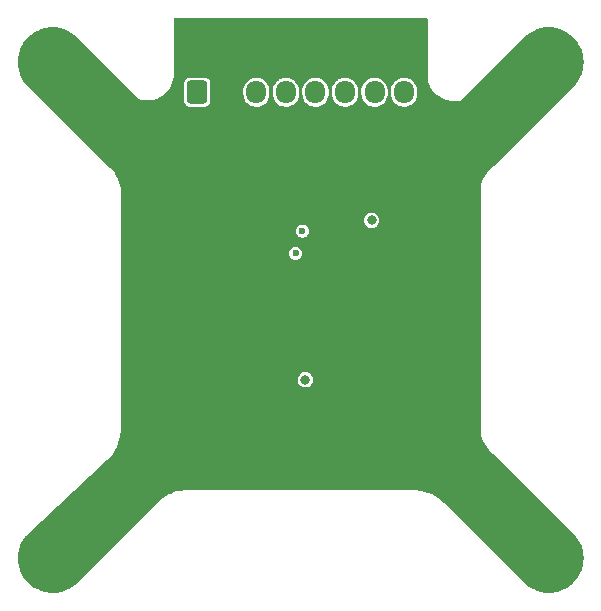
<source format=gbr>
%TF.GenerationSoftware,KiCad,Pcbnew,(6.0.0)*%
%TF.CreationDate,2022-01-20T18:02:09+07:00*%
%TF.ProjectId,CubeSat Encoder,43756265-5361-4742-9045-6e636f646572,rev?*%
%TF.SameCoordinates,Original*%
%TF.FileFunction,Copper,L2,Inr*%
%TF.FilePolarity,Positive*%
%FSLAX46Y46*%
G04 Gerber Fmt 4.6, Leading zero omitted, Abs format (unit mm)*
G04 Created by KiCad (PCBNEW (6.0.0)) date 2022-01-20 18:02:09*
%MOMM*%
%LPD*%
G01*
G04 APERTURE LIST*
G04 Aperture macros list*
%AMRoundRect*
0 Rectangle with rounded corners*
0 $1 Rounding radius*
0 $2 $3 $4 $5 $6 $7 $8 $9 X,Y pos of 4 corners*
0 Add a 4 corners polygon primitive as box body*
4,1,4,$2,$3,$4,$5,$6,$7,$8,$9,$2,$3,0*
0 Add four circle primitives for the rounded corners*
1,1,$1+$1,$2,$3*
1,1,$1+$1,$4,$5*
1,1,$1+$1,$6,$7*
1,1,$1+$1,$8,$9*
0 Add four rect primitives between the rounded corners*
20,1,$1+$1,$2,$3,$4,$5,0*
20,1,$1+$1,$4,$5,$6,$7,0*
20,1,$1+$1,$6,$7,$8,$9,0*
20,1,$1+$1,$8,$9,$2,$3,0*%
G04 Aperture macros list end*
%TA.AperFunction,ComponentPad*%
%ADD10C,4.400000*%
%TD*%
%TA.AperFunction,ComponentPad*%
%ADD11C,0.700000*%
%TD*%
%TA.AperFunction,ComponentPad*%
%ADD12RoundRect,0.250000X-0.600000X-0.725000X0.600000X-0.725000X0.600000X0.725000X-0.600000X0.725000X0*%
%TD*%
%TA.AperFunction,ComponentPad*%
%ADD13O,1.700000X1.950000*%
%TD*%
%TA.AperFunction,ViaPad*%
%ADD14C,0.800000*%
%TD*%
%TA.AperFunction,ViaPad*%
%ADD15C,0.600000*%
%TD*%
G04 APERTURE END LIST*
D10*
%TO.N,GND*%
%TO.C,H12*%
X125000000Y-55000000D03*
D11*
X126650000Y-55000000D03*
X126166726Y-56166726D03*
X125000000Y-56650000D03*
X123833274Y-56166726D03*
X123350000Y-55000000D03*
X123833274Y-53833274D03*
X125000000Y-53350000D03*
X126166726Y-53833274D03*
%TD*%
D10*
%TO.N,GND*%
%TO.C,H11*%
X125000000Y-87000000D03*
D11*
X126650000Y-87000000D03*
X126166726Y-88166726D03*
X125000000Y-88650000D03*
X123833274Y-88166726D03*
X123350000Y-87000000D03*
X123833274Y-85833274D03*
X125000000Y-85350000D03*
X126166726Y-85833274D03*
%TD*%
D10*
%TO.N,GND*%
%TO.C,H10*%
X157000000Y-87000000D03*
D11*
X158650000Y-87000000D03*
X158166726Y-88166726D03*
X157000000Y-88650000D03*
X155833274Y-88166726D03*
X155350000Y-87000000D03*
X155833274Y-85833274D03*
X157000000Y-85350000D03*
X158166726Y-85833274D03*
%TD*%
D10*
%TO.N,GND*%
%TO.C,H9*%
X157000000Y-55000000D03*
D11*
X158650000Y-55000000D03*
X158166726Y-56166726D03*
X157000000Y-56650000D03*
X155833274Y-56166726D03*
X155350000Y-55000000D03*
X155833274Y-53833274D03*
X157000000Y-53350000D03*
X158166726Y-53833274D03*
%TD*%
D10*
%TO.N,GND*%
%TO.C,H8*%
X120000000Y-92000000D03*
D11*
X121650000Y-92000000D03*
X121166726Y-93166726D03*
X120000000Y-93650000D03*
X118833274Y-93166726D03*
X118350000Y-92000000D03*
X118833274Y-90833274D03*
X120000000Y-90350000D03*
X121166726Y-90833274D03*
%TD*%
D10*
%TO.N,GND*%
%TO.C,H7*%
X162000000Y-92000000D03*
D11*
X163650000Y-92000000D03*
X163166726Y-93166726D03*
X162000000Y-93650000D03*
X160833274Y-93166726D03*
X160350000Y-92000000D03*
X160833274Y-90833274D03*
X162000000Y-90350000D03*
X163166726Y-90833274D03*
%TD*%
D10*
%TO.N,GND*%
%TO.C,H6*%
X120000000Y-50000000D03*
D11*
X121650000Y-50000000D03*
X121166726Y-51166726D03*
X120000000Y-51650000D03*
X118833274Y-51166726D03*
X118350000Y-50000000D03*
X118833274Y-48833274D03*
X120000000Y-48350000D03*
X121166726Y-48833274D03*
%TD*%
D10*
%TO.N,GND*%
%TO.C,H5*%
X162000000Y-50000000D03*
D11*
X163650000Y-50000000D03*
X163166726Y-51166726D03*
X162000000Y-51650000D03*
X160833274Y-51166726D03*
X160350000Y-50000000D03*
X160833274Y-48833274D03*
X162000000Y-48350000D03*
X163166726Y-48833274D03*
%TD*%
%TO.N,GND*%
%TO.C,H2*%
X131650000Y-82000000D03*
D10*
X130000000Y-82000000D03*
D11*
X128350000Y-82000000D03*
X130000000Y-80350000D03*
X131166726Y-83166726D03*
X128833274Y-80833274D03*
X130000000Y-83650000D03*
X131166726Y-80833274D03*
X128833274Y-83166726D03*
%TD*%
%TO.N,GND*%
%TO.C,H1*%
X128350000Y-60000000D03*
X131166726Y-58833274D03*
X128833274Y-61166726D03*
X131650000Y-60000000D03*
X131166726Y-61166726D03*
X130000000Y-58350000D03*
D10*
X130000000Y-60000000D03*
D11*
X128833274Y-58833274D03*
X130000000Y-61650000D03*
%TD*%
%TO.N,GND*%
%TO.C,H3*%
X150833274Y-58833274D03*
X150833274Y-61166726D03*
X150350000Y-60000000D03*
X153166726Y-61166726D03*
X153166726Y-58833274D03*
X152000000Y-61650000D03*
X153650000Y-60000000D03*
D10*
X152000000Y-60000000D03*
D11*
X152000000Y-58350000D03*
%TD*%
%TO.N,GND*%
%TO.C,H4*%
X150833274Y-83166726D03*
X150833274Y-80833274D03*
D10*
X152000000Y-82000000D03*
D11*
X150350000Y-82000000D03*
X152000000Y-83650000D03*
X152000000Y-80350000D03*
X153166726Y-80833274D03*
X153166726Y-83166726D03*
X153650000Y-82000000D03*
%TD*%
D12*
%TO.N,+3V3*%
%TO.C,J1*%
X132250000Y-52550000D03*
D13*
%TO.N,GND*%
X134750000Y-52550000D03*
%TO.N,/A*%
X137250000Y-52550000D03*
%TO.N,/B*%
X139750000Y-52550000D03*
%TO.N,/CLK*%
X142250000Y-52550000D03*
%TO.N,/MISO*%
X144750000Y-52550000D03*
%TO.N,/MOSI*%
X147250000Y-52550000D03*
%TO.N,/CS*%
X149750000Y-52550000D03*
%TD*%
D14*
%TO.N,+3V3*%
X147000000Y-63400000D03*
X141400000Y-76900000D03*
D15*
%TO.N,GND*%
X140350000Y-69680000D03*
D14*
X148000000Y-66300000D03*
X141987701Y-72402299D03*
X144240000Y-75860000D03*
X140800000Y-61200000D03*
D15*
%TO.N,/MOSI*%
X140575000Y-66200000D03*
%TO.N,/MISO*%
X141150000Y-64300000D03*
%TD*%
%TA.AperFunction,Conductor*%
%TO.N,GND*%
G36*
X151688121Y-46274002D02*
G01*
X151734614Y-46327658D01*
X151746000Y-46380000D01*
X151746001Y-51454521D01*
X151745876Y-51456216D01*
X151743845Y-51461883D01*
X151744448Y-51474279D01*
X151744448Y-51474281D01*
X151745852Y-51503121D01*
X151746001Y-51509246D01*
X151746001Y-51525017D01*
X151747090Y-51530489D01*
X151747369Y-51534284D01*
X151748757Y-51562811D01*
X151751102Y-51567775D01*
X151759842Y-51595498D01*
X151760325Y-51597031D01*
X151760017Y-51597128D01*
X151760333Y-51600062D01*
X151761195Y-51599790D01*
X151830788Y-51820538D01*
X151833707Y-51829798D01*
X151835274Y-51833249D01*
X151835277Y-51833257D01*
X151934223Y-52051169D01*
X151949523Y-52084866D01*
X152095239Y-52324114D01*
X152097592Y-52327097D01*
X152130928Y-52369357D01*
X152268731Y-52544053D01*
X152271436Y-52546740D01*
X152386237Y-52660781D01*
X152467469Y-52741476D01*
X152470462Y-52743805D01*
X152470469Y-52743811D01*
X152537287Y-52795802D01*
X152688555Y-52913505D01*
X152691820Y-52915464D01*
X152925500Y-53055673D01*
X152925505Y-53055676D01*
X152928764Y-53057631D01*
X153184595Y-53171752D01*
X153188221Y-53172869D01*
X153188227Y-53172871D01*
X153298334Y-53206781D01*
X153452316Y-53254204D01*
X153456046Y-53254875D01*
X153456051Y-53254876D01*
X153724279Y-53303111D01*
X153724284Y-53303112D01*
X153728023Y-53303784D01*
X154007697Y-53319770D01*
X154011489Y-53319528D01*
X154011493Y-53319528D01*
X154132237Y-53311822D01*
X154287258Y-53301929D01*
X154290995Y-53301231D01*
X154290998Y-53301231D01*
X154463219Y-53269079D01*
X154557328Y-53251510D01*
X154562811Y-53251243D01*
X154574034Y-53245941D01*
X154580643Y-53244289D01*
X154586935Y-53241683D01*
X154599106Y-53239262D01*
X154617737Y-53226813D01*
X154633915Y-53217654D01*
X154642953Y-53213384D01*
X154642952Y-53213384D01*
X154654177Y-53208082D01*
X154667123Y-53193812D01*
X154681928Y-53177491D01*
X154686155Y-53173054D01*
X160148359Y-47710851D01*
X160152780Y-47706894D01*
X160161781Y-47702226D01*
X160169774Y-47692732D01*
X160179462Y-47684981D01*
X160179590Y-47685140D01*
X160187614Y-47677742D01*
X160422476Y-47510573D01*
X160434442Y-47503030D01*
X160711440Y-47349446D01*
X160724176Y-47343292D01*
X161016644Y-47221720D01*
X161029989Y-47217033D01*
X161334235Y-47129010D01*
X161348022Y-47125848D01*
X161660216Y-47072480D01*
X161674270Y-47070883D01*
X161990478Y-47052843D01*
X162004622Y-47052831D01*
X162173467Y-47062182D01*
X162320873Y-47070346D01*
X162334916Y-47071918D01*
X162491063Y-47098344D01*
X162647202Y-47124769D01*
X162660994Y-47127908D01*
X162965390Y-47215427D01*
X162978742Y-47220092D01*
X163271408Y-47341175D01*
X163284155Y-47347308D01*
X163561402Y-47500430D01*
X163573380Y-47507952D01*
X163831730Y-47691192D01*
X163842778Y-47700000D01*
X164078959Y-47911039D01*
X164088958Y-47921038D01*
X164300000Y-48157222D01*
X164308808Y-48168270D01*
X164490993Y-48425133D01*
X164492048Y-48426620D01*
X164499570Y-48438598D01*
X164652692Y-48715845D01*
X164658825Y-48728592D01*
X164779908Y-49021258D01*
X164784573Y-49034610D01*
X164872092Y-49339006D01*
X164875231Y-49352798D01*
X164928081Y-49665076D01*
X164929655Y-49679134D01*
X164947169Y-49995378D01*
X164947157Y-50009522D01*
X164929117Y-50325730D01*
X164927520Y-50339784D01*
X164874152Y-50651978D01*
X164870990Y-50665765D01*
X164782967Y-50970011D01*
X164778280Y-50983356D01*
X164656708Y-51275824D01*
X164650554Y-51288560D01*
X164496970Y-51565558D01*
X164489427Y-51577524D01*
X164322258Y-51812386D01*
X164314860Y-51820410D01*
X164315019Y-51820538D01*
X164307268Y-51830226D01*
X164297774Y-51838219D01*
X164293106Y-51847220D01*
X164289149Y-51851641D01*
X157352273Y-58788517D01*
X157350651Y-58789924D01*
X157344614Y-58792819D01*
X157338516Y-58799620D01*
X157127280Y-58975751D01*
X156929016Y-59179096D01*
X156752718Y-59401755D01*
X156600255Y-59641365D01*
X156598808Y-59644258D01*
X156598804Y-59644266D01*
X156474699Y-59892477D01*
X156473245Y-59895385D01*
X156373034Y-60161121D01*
X156300686Y-60435755D01*
X156256968Y-60716373D01*
X156256802Y-60719596D01*
X156256801Y-60719604D01*
X156243204Y-60983318D01*
X156242806Y-60991042D01*
X156241024Y-61000000D01*
X156243445Y-61012170D01*
X156243579Y-61012844D01*
X156246000Y-61037425D01*
X156246000Y-80962575D01*
X156243579Y-80987153D01*
X156241024Y-81000000D01*
X156242806Y-81008958D01*
X156256968Y-81283627D01*
X156300686Y-81564245D01*
X156373034Y-81838879D01*
X156473245Y-82104615D01*
X156600255Y-82358635D01*
X156752718Y-82598245D01*
X156929016Y-82820904D01*
X157127280Y-83024249D01*
X157129765Y-83026321D01*
X157281621Y-83152940D01*
X157338516Y-83200380D01*
X157344614Y-83207181D01*
X157350651Y-83210076D01*
X157352273Y-83211483D01*
X164289149Y-90148359D01*
X164293106Y-90152780D01*
X164297774Y-90161781D01*
X164307268Y-90169774D01*
X164315019Y-90179462D01*
X164314860Y-90179590D01*
X164322258Y-90187614D01*
X164489427Y-90422476D01*
X164496970Y-90434442D01*
X164650554Y-90711440D01*
X164656708Y-90724176D01*
X164778280Y-91016644D01*
X164782967Y-91029989D01*
X164870990Y-91334235D01*
X164874152Y-91348022D01*
X164927520Y-91660216D01*
X164929117Y-91674270D01*
X164947157Y-91990478D01*
X164947169Y-92004622D01*
X164929655Y-92320866D01*
X164928081Y-92334924D01*
X164875231Y-92647202D01*
X164872092Y-92660994D01*
X164784573Y-92965390D01*
X164779908Y-92978742D01*
X164658825Y-93271408D01*
X164652692Y-93284155D01*
X164499570Y-93561402D01*
X164492048Y-93573380D01*
X164308808Y-93831730D01*
X164300000Y-93842778D01*
X164260416Y-93887078D01*
X164088961Y-94078959D01*
X164078962Y-94088958D01*
X163842778Y-94300000D01*
X163831730Y-94308808D01*
X163637170Y-94446804D01*
X163573380Y-94492048D01*
X163561402Y-94499570D01*
X163284155Y-94652692D01*
X163271408Y-94658825D01*
X162978742Y-94779908D01*
X162965390Y-94784573D01*
X162660994Y-94872092D01*
X162647202Y-94875231D01*
X162498154Y-94900456D01*
X162334916Y-94928082D01*
X162320873Y-94929654D01*
X162173467Y-94937818D01*
X162004622Y-94947169D01*
X161990478Y-94947157D01*
X161674270Y-94929117D01*
X161660216Y-94927520D01*
X161348022Y-94874152D01*
X161334235Y-94870990D01*
X161029989Y-94782967D01*
X161016644Y-94778280D01*
X160724176Y-94656708D01*
X160711440Y-94650554D01*
X160434442Y-94496970D01*
X160422476Y-94489427D01*
X160187614Y-94322258D01*
X160179590Y-94314860D01*
X160179463Y-94315019D01*
X160169772Y-94307266D01*
X160161781Y-94297774D01*
X160152448Y-94292934D01*
X160147545Y-94288562D01*
X159743169Y-93887078D01*
X153180881Y-87371731D01*
X153164892Y-87352319D01*
X153157998Y-87342002D01*
X153150353Y-87336894D01*
X152915323Y-87121529D01*
X152913161Y-87119870D01*
X152913155Y-87119865D01*
X152657432Y-86923643D01*
X152655257Y-86921974D01*
X152378788Y-86745844D01*
X152088020Y-86594480D01*
X151785167Y-86469034D01*
X151782547Y-86468208D01*
X151782539Y-86468205D01*
X151475156Y-86371288D01*
X151475149Y-86371286D01*
X151472532Y-86370461D01*
X151384565Y-86350959D01*
X151155194Y-86300108D01*
X151155191Y-86300107D01*
X151152496Y-86299510D01*
X151149766Y-86299151D01*
X151149757Y-86299149D01*
X150989995Y-86278116D01*
X150827494Y-86256723D01*
X150824745Y-86256603D01*
X150824734Y-86256602D01*
X150516120Y-86243128D01*
X150509018Y-86242818D01*
X150500000Y-86241024D01*
X150487153Y-86243579D01*
X150462575Y-86246000D01*
X131542110Y-86246000D01*
X131523552Y-86243944D01*
X131518427Y-86243819D01*
X131506314Y-86241101D01*
X131497982Y-86242548D01*
X131395069Y-86244668D01*
X131178610Y-86249128D01*
X131178600Y-86249129D01*
X131175769Y-86249187D01*
X130847204Y-86285669D01*
X130844427Y-86286234D01*
X130844424Y-86286234D01*
X130526032Y-86350959D01*
X130526023Y-86350961D01*
X130523245Y-86351526D01*
X130520530Y-86352338D01*
X130520529Y-86352338D01*
X130209219Y-86445416D01*
X130209208Y-86445420D01*
X130206515Y-86446225D01*
X130203897Y-86447272D01*
X130203889Y-86447275D01*
X129902215Y-86567945D01*
X129899575Y-86569001D01*
X129897046Y-86570287D01*
X129897042Y-86570289D01*
X129849476Y-86594480D01*
X129604909Y-86718861D01*
X129324900Y-86894591D01*
X129061814Y-87094770D01*
X129059727Y-87096677D01*
X129059720Y-87096683D01*
X128890385Y-87251429D01*
X128823904Y-87312182D01*
X128816877Y-87316877D01*
X128809603Y-87327764D01*
X128793932Y-87346858D01*
X121851641Y-94289149D01*
X121847220Y-94293106D01*
X121838219Y-94297774D01*
X121830226Y-94307268D01*
X121820538Y-94315019D01*
X121820410Y-94314860D01*
X121812386Y-94322258D01*
X121577524Y-94489427D01*
X121565558Y-94496970D01*
X121288560Y-94650554D01*
X121275824Y-94656708D01*
X120983356Y-94778280D01*
X120970011Y-94782967D01*
X120665765Y-94870990D01*
X120651978Y-94874152D01*
X120339784Y-94927520D01*
X120325730Y-94929117D01*
X120009522Y-94947157D01*
X119995378Y-94947169D01*
X119826533Y-94937818D01*
X119679127Y-94929654D01*
X119665084Y-94928082D01*
X119501846Y-94900456D01*
X119352798Y-94875231D01*
X119339006Y-94872092D01*
X119034610Y-94784573D01*
X119021258Y-94779908D01*
X118728592Y-94658825D01*
X118715845Y-94652692D01*
X118438598Y-94499570D01*
X118426620Y-94492048D01*
X118362830Y-94446804D01*
X118168270Y-94308808D01*
X118157222Y-94300000D01*
X117921038Y-94088958D01*
X117911039Y-94078959D01*
X117739584Y-93887078D01*
X117700000Y-93842778D01*
X117691192Y-93831730D01*
X117507952Y-93573380D01*
X117500430Y-93561402D01*
X117347308Y-93284155D01*
X117341175Y-93271408D01*
X117220092Y-92978742D01*
X117215427Y-92965390D01*
X117127908Y-92660994D01*
X117124769Y-92647202D01*
X117071919Y-92334924D01*
X117070345Y-92320866D01*
X117052831Y-92004622D01*
X117052843Y-91990478D01*
X117070883Y-91674270D01*
X117072480Y-91660216D01*
X117125848Y-91348022D01*
X117129010Y-91334235D01*
X117217033Y-91029989D01*
X117221720Y-91016644D01*
X117343292Y-90724176D01*
X117349446Y-90711440D01*
X117503030Y-90434442D01*
X117510573Y-90422476D01*
X117677742Y-90187614D01*
X117685142Y-90179588D01*
X117684982Y-90179460D01*
X117692731Y-90169774D01*
X117702226Y-90161781D01*
X117705198Y-90156049D01*
X117706536Y-90154604D01*
X121842474Y-86285356D01*
X124625728Y-83681569D01*
X124641805Y-83668818D01*
X124647681Y-83664892D01*
X124647682Y-83664891D01*
X124657998Y-83657998D01*
X124663106Y-83650353D01*
X124878471Y-83415323D01*
X125078026Y-83155257D01*
X125254156Y-82878788D01*
X125405520Y-82588020D01*
X125530966Y-82285167D01*
X125548350Y-82230034D01*
X125628712Y-81975156D01*
X125628714Y-81975149D01*
X125629539Y-81972532D01*
X125700490Y-81652496D01*
X125712109Y-81564245D01*
X125742916Y-81330233D01*
X125743277Y-81327494D01*
X125743685Y-81318164D01*
X125756872Y-81016120D01*
X125757182Y-81009018D01*
X125758976Y-81000000D01*
X125756421Y-80987153D01*
X125754000Y-80962575D01*
X125754000Y-76893096D01*
X140740729Y-76893096D01*
X140758113Y-77050553D01*
X140812553Y-77199319D01*
X140900908Y-77330805D01*
X140906527Y-77335918D01*
X140906528Y-77335919D01*
X140917903Y-77346269D01*
X141018076Y-77437419D01*
X141157293Y-77513008D01*
X141310522Y-77553207D01*
X141394477Y-77554526D01*
X141461319Y-77555576D01*
X141461322Y-77555576D01*
X141468916Y-77555695D01*
X141623332Y-77520329D01*
X141693742Y-77484917D01*
X141758072Y-77452563D01*
X141758075Y-77452561D01*
X141764855Y-77449151D01*
X141770626Y-77444222D01*
X141770629Y-77444220D01*
X141879536Y-77351204D01*
X141879536Y-77351203D01*
X141885314Y-77346269D01*
X141977755Y-77217624D01*
X142036842Y-77070641D01*
X142059162Y-76913807D01*
X142059307Y-76900000D01*
X142040276Y-76742733D01*
X141984280Y-76594546D01*
X141894553Y-76463992D01*
X141776275Y-76358611D01*
X141768889Y-76354700D01*
X141642988Y-76288039D01*
X141642989Y-76288039D01*
X141636274Y-76284484D01*
X141482633Y-76245892D01*
X141475034Y-76245852D01*
X141475033Y-76245852D01*
X141409181Y-76245507D01*
X141324221Y-76245062D01*
X141316841Y-76246834D01*
X141316839Y-76246834D01*
X141177563Y-76280271D01*
X141177560Y-76280272D01*
X141170184Y-76282043D01*
X141029414Y-76354700D01*
X140910039Y-76458838D01*
X140818950Y-76588444D01*
X140761406Y-76736037D01*
X140740729Y-76893096D01*
X125754000Y-76893096D01*
X125754000Y-66200000D01*
X140015715Y-66200000D01*
X140034772Y-66344754D01*
X140090645Y-66479642D01*
X140179526Y-66595474D01*
X140186076Y-66600500D01*
X140186079Y-66600503D01*
X140288804Y-66679327D01*
X140295357Y-66684355D01*
X140430246Y-66740228D01*
X140575000Y-66759285D01*
X140583188Y-66758207D01*
X140711566Y-66741306D01*
X140719754Y-66740228D01*
X140854643Y-66684355D01*
X140861196Y-66679327D01*
X140963921Y-66600503D01*
X140963924Y-66600500D01*
X140970474Y-66595474D01*
X141059355Y-66479642D01*
X141115228Y-66344754D01*
X141134285Y-66200000D01*
X141115228Y-66055246D01*
X141059355Y-65920358D01*
X140970474Y-65804526D01*
X140963924Y-65799500D01*
X140963921Y-65799497D01*
X140861196Y-65720673D01*
X140861194Y-65720672D01*
X140854643Y-65715645D01*
X140719754Y-65659772D01*
X140575000Y-65640715D01*
X140566812Y-65641793D01*
X140438432Y-65658694D01*
X140438430Y-65658695D01*
X140430246Y-65659772D01*
X140382430Y-65679578D01*
X140302986Y-65712485D01*
X140302984Y-65712486D01*
X140295358Y-65715645D01*
X140179526Y-65804526D01*
X140090645Y-65920358D01*
X140034772Y-66055246D01*
X140015715Y-66200000D01*
X125754000Y-66200000D01*
X125754000Y-64300000D01*
X140590715Y-64300000D01*
X140609772Y-64444754D01*
X140665645Y-64579642D01*
X140754526Y-64695474D01*
X140761076Y-64700500D01*
X140761079Y-64700503D01*
X140863804Y-64779327D01*
X140870357Y-64784355D01*
X141005246Y-64840228D01*
X141150000Y-64859285D01*
X141158188Y-64858207D01*
X141286566Y-64841306D01*
X141294754Y-64840228D01*
X141429643Y-64784355D01*
X141436196Y-64779327D01*
X141538921Y-64700503D01*
X141538924Y-64700500D01*
X141545474Y-64695474D01*
X141634355Y-64579642D01*
X141690228Y-64444754D01*
X141709285Y-64300000D01*
X141690228Y-64155246D01*
X141634355Y-64020358D01*
X141545474Y-63904526D01*
X141538924Y-63899500D01*
X141538921Y-63899497D01*
X141436196Y-63820673D01*
X141436194Y-63820672D01*
X141429643Y-63815645D01*
X141294754Y-63759772D01*
X141150000Y-63740715D01*
X141141812Y-63741793D01*
X141013432Y-63758694D01*
X141013430Y-63758695D01*
X141005246Y-63759772D01*
X140957430Y-63779578D01*
X140877986Y-63812485D01*
X140877984Y-63812486D01*
X140870358Y-63815645D01*
X140754526Y-63904526D01*
X140665645Y-64020358D01*
X140609772Y-64155246D01*
X140590715Y-64300000D01*
X125754000Y-64300000D01*
X125754000Y-63393096D01*
X146340729Y-63393096D01*
X146358113Y-63550553D01*
X146412553Y-63699319D01*
X146416789Y-63705622D01*
X146416789Y-63705623D01*
X146494100Y-63820673D01*
X146500908Y-63830805D01*
X146506527Y-63835918D01*
X146506528Y-63835919D01*
X146581927Y-63904526D01*
X146618076Y-63937419D01*
X146757293Y-64013008D01*
X146910522Y-64053207D01*
X146994477Y-64054526D01*
X147061319Y-64055576D01*
X147061322Y-64055576D01*
X147068916Y-64055695D01*
X147223332Y-64020329D01*
X147293742Y-63984917D01*
X147358072Y-63952563D01*
X147358075Y-63952561D01*
X147364855Y-63949151D01*
X147370626Y-63944222D01*
X147370629Y-63944220D01*
X147479536Y-63851204D01*
X147479536Y-63851203D01*
X147485314Y-63846269D01*
X147577755Y-63717624D01*
X147636842Y-63570641D01*
X147659162Y-63413807D01*
X147659307Y-63400000D01*
X147640276Y-63242733D01*
X147584280Y-63094546D01*
X147494553Y-62963992D01*
X147376275Y-62858611D01*
X147368889Y-62854700D01*
X147242988Y-62788039D01*
X147242989Y-62788039D01*
X147236274Y-62784484D01*
X147082633Y-62745892D01*
X147075034Y-62745852D01*
X147075033Y-62745852D01*
X147009181Y-62745507D01*
X146924221Y-62745062D01*
X146916841Y-62746834D01*
X146916839Y-62746834D01*
X146777563Y-62780271D01*
X146777560Y-62780272D01*
X146770184Y-62782043D01*
X146629414Y-62854700D01*
X146510039Y-62958838D01*
X146418950Y-63088444D01*
X146361406Y-63236037D01*
X146340729Y-63393096D01*
X125754000Y-63393096D01*
X125754000Y-61037425D01*
X125756421Y-61012844D01*
X125756555Y-61012170D01*
X125758976Y-61000000D01*
X125757194Y-60991042D01*
X125743032Y-60716373D01*
X125699314Y-60435755D01*
X125626966Y-60161121D01*
X125526755Y-59895385D01*
X125525301Y-59892477D01*
X125401196Y-59644266D01*
X125401192Y-59644258D01*
X125399745Y-59641365D01*
X125247282Y-59401755D01*
X125070984Y-59179096D01*
X124872720Y-58975751D01*
X124661484Y-58799620D01*
X124655386Y-58792819D01*
X124649349Y-58789924D01*
X124647727Y-58788517D01*
X119181966Y-53322756D01*
X131145500Y-53322756D01*
X131152202Y-53384448D01*
X131202929Y-53519764D01*
X131208309Y-53526943D01*
X131208311Y-53526946D01*
X131246785Y-53578281D01*
X131289596Y-53635404D01*
X131296776Y-53640785D01*
X131398054Y-53716689D01*
X131398057Y-53716691D01*
X131405236Y-53722071D01*
X131489922Y-53753818D01*
X131533157Y-53770026D01*
X131533159Y-53770026D01*
X131540552Y-53772798D01*
X131548402Y-53773651D01*
X131548403Y-53773651D01*
X131549149Y-53773732D01*
X131602244Y-53779500D01*
X132897756Y-53779500D01*
X132950851Y-53773732D01*
X132951597Y-53773651D01*
X132951598Y-53773651D01*
X132959448Y-53772798D01*
X132966841Y-53770026D01*
X132966843Y-53770026D01*
X133010078Y-53753818D01*
X133094764Y-53722071D01*
X133101943Y-53716691D01*
X133101946Y-53716689D01*
X133203224Y-53640785D01*
X133210404Y-53635404D01*
X133253215Y-53578281D01*
X133291689Y-53526946D01*
X133291691Y-53526943D01*
X133297071Y-53519764D01*
X133347798Y-53384448D01*
X133354500Y-53322756D01*
X133354500Y-52727659D01*
X136145500Y-52727659D01*
X136160493Y-52884806D01*
X136219823Y-53087042D01*
X136254137Y-53153667D01*
X136307817Y-53257892D01*
X136316324Y-53274410D01*
X136320028Y-53279125D01*
X136442808Y-53435432D01*
X136442812Y-53435436D01*
X136446514Y-53440149D01*
X136451044Y-53444080D01*
X136451045Y-53444081D01*
X136601165Y-53574350D01*
X136601170Y-53574354D01*
X136605696Y-53578281D01*
X136788126Y-53683819D01*
X136987222Y-53752957D01*
X136993155Y-53753817D01*
X136993158Y-53753818D01*
X137189860Y-53782338D01*
X137189863Y-53782338D01*
X137195800Y-53783199D01*
X137406333Y-53773455D01*
X137412157Y-53772051D01*
X137412160Y-53772051D01*
X137605393Y-53725482D01*
X137605395Y-53725481D01*
X137611226Y-53724076D01*
X137616684Y-53721594D01*
X137616688Y-53721593D01*
X137794414Y-53640785D01*
X137803084Y-53636843D01*
X137974986Y-53514904D01*
X138120728Y-53362660D01*
X138159785Y-53302171D01*
X138231800Y-53190640D01*
X138231801Y-53190637D01*
X138235052Y-53185603D01*
X138313834Y-52990122D01*
X138340045Y-52855901D01*
X138353361Y-52787717D01*
X138353361Y-52787714D01*
X138354229Y-52783271D01*
X138354500Y-52777730D01*
X138354500Y-52727659D01*
X138645500Y-52727659D01*
X138660493Y-52884806D01*
X138719823Y-53087042D01*
X138754137Y-53153667D01*
X138807817Y-53257892D01*
X138816324Y-53274410D01*
X138820028Y-53279125D01*
X138942808Y-53435432D01*
X138942812Y-53435436D01*
X138946514Y-53440149D01*
X138951044Y-53444080D01*
X138951045Y-53444081D01*
X139101165Y-53574350D01*
X139101170Y-53574354D01*
X139105696Y-53578281D01*
X139288126Y-53683819D01*
X139487222Y-53752957D01*
X139493155Y-53753817D01*
X139493158Y-53753818D01*
X139689860Y-53782338D01*
X139689863Y-53782338D01*
X139695800Y-53783199D01*
X139906333Y-53773455D01*
X139912157Y-53772051D01*
X139912160Y-53772051D01*
X140105393Y-53725482D01*
X140105395Y-53725481D01*
X140111226Y-53724076D01*
X140116684Y-53721594D01*
X140116688Y-53721593D01*
X140294414Y-53640785D01*
X140303084Y-53636843D01*
X140474986Y-53514904D01*
X140620728Y-53362660D01*
X140659785Y-53302171D01*
X140731800Y-53190640D01*
X140731801Y-53190637D01*
X140735052Y-53185603D01*
X140813834Y-52990122D01*
X140840045Y-52855901D01*
X140853361Y-52787717D01*
X140853361Y-52787714D01*
X140854229Y-52783271D01*
X140854500Y-52777730D01*
X140854500Y-52727659D01*
X141145500Y-52727659D01*
X141160493Y-52884806D01*
X141219823Y-53087042D01*
X141254137Y-53153667D01*
X141307817Y-53257892D01*
X141316324Y-53274410D01*
X141320028Y-53279125D01*
X141442808Y-53435432D01*
X141442812Y-53435436D01*
X141446514Y-53440149D01*
X141451044Y-53444080D01*
X141451045Y-53444081D01*
X141601165Y-53574350D01*
X141601170Y-53574354D01*
X141605696Y-53578281D01*
X141788126Y-53683819D01*
X141987222Y-53752957D01*
X141993155Y-53753817D01*
X141993158Y-53753818D01*
X142189860Y-53782338D01*
X142189863Y-53782338D01*
X142195800Y-53783199D01*
X142406333Y-53773455D01*
X142412157Y-53772051D01*
X142412160Y-53772051D01*
X142605393Y-53725482D01*
X142605395Y-53725481D01*
X142611226Y-53724076D01*
X142616684Y-53721594D01*
X142616688Y-53721593D01*
X142794414Y-53640785D01*
X142803084Y-53636843D01*
X142974986Y-53514904D01*
X143120728Y-53362660D01*
X143159785Y-53302171D01*
X143231800Y-53190640D01*
X143231801Y-53190637D01*
X143235052Y-53185603D01*
X143313834Y-52990122D01*
X143340045Y-52855901D01*
X143353361Y-52787717D01*
X143353361Y-52787714D01*
X143354229Y-52783271D01*
X143354500Y-52777730D01*
X143354500Y-52727659D01*
X143645500Y-52727659D01*
X143660493Y-52884806D01*
X143719823Y-53087042D01*
X143754137Y-53153667D01*
X143807817Y-53257892D01*
X143816324Y-53274410D01*
X143820028Y-53279125D01*
X143942808Y-53435432D01*
X143942812Y-53435436D01*
X143946514Y-53440149D01*
X143951044Y-53444080D01*
X143951045Y-53444081D01*
X144101165Y-53574350D01*
X144101170Y-53574354D01*
X144105696Y-53578281D01*
X144288126Y-53683819D01*
X144487222Y-53752957D01*
X144493155Y-53753817D01*
X144493158Y-53753818D01*
X144689860Y-53782338D01*
X144689863Y-53782338D01*
X144695800Y-53783199D01*
X144906333Y-53773455D01*
X144912157Y-53772051D01*
X144912160Y-53772051D01*
X145105393Y-53725482D01*
X145105395Y-53725481D01*
X145111226Y-53724076D01*
X145116684Y-53721594D01*
X145116688Y-53721593D01*
X145294414Y-53640785D01*
X145303084Y-53636843D01*
X145474986Y-53514904D01*
X145620728Y-53362660D01*
X145659785Y-53302171D01*
X145731800Y-53190640D01*
X145731801Y-53190637D01*
X145735052Y-53185603D01*
X145813834Y-52990122D01*
X145840045Y-52855901D01*
X145853361Y-52787717D01*
X145853361Y-52787714D01*
X145854229Y-52783271D01*
X145854500Y-52777730D01*
X145854500Y-52727659D01*
X146145500Y-52727659D01*
X146160493Y-52884806D01*
X146219823Y-53087042D01*
X146254137Y-53153667D01*
X146307817Y-53257892D01*
X146316324Y-53274410D01*
X146320028Y-53279125D01*
X146442808Y-53435432D01*
X146442812Y-53435436D01*
X146446514Y-53440149D01*
X146451044Y-53444080D01*
X146451045Y-53444081D01*
X146601165Y-53574350D01*
X146601170Y-53574354D01*
X146605696Y-53578281D01*
X146788126Y-53683819D01*
X146987222Y-53752957D01*
X146993155Y-53753817D01*
X146993158Y-53753818D01*
X147189860Y-53782338D01*
X147189863Y-53782338D01*
X147195800Y-53783199D01*
X147406333Y-53773455D01*
X147412157Y-53772051D01*
X147412160Y-53772051D01*
X147605393Y-53725482D01*
X147605395Y-53725481D01*
X147611226Y-53724076D01*
X147616684Y-53721594D01*
X147616688Y-53721593D01*
X147794414Y-53640785D01*
X147803084Y-53636843D01*
X147974986Y-53514904D01*
X148120728Y-53362660D01*
X148159785Y-53302171D01*
X148231800Y-53190640D01*
X148231801Y-53190637D01*
X148235052Y-53185603D01*
X148313834Y-52990122D01*
X148340045Y-52855901D01*
X148353361Y-52787717D01*
X148353361Y-52787714D01*
X148354229Y-52783271D01*
X148354500Y-52777730D01*
X148354500Y-52727659D01*
X148645500Y-52727659D01*
X148660493Y-52884806D01*
X148719823Y-53087042D01*
X148754137Y-53153667D01*
X148807817Y-53257892D01*
X148816324Y-53274410D01*
X148820028Y-53279125D01*
X148942808Y-53435432D01*
X148942812Y-53435436D01*
X148946514Y-53440149D01*
X148951044Y-53444080D01*
X148951045Y-53444081D01*
X149101165Y-53574350D01*
X149101170Y-53574354D01*
X149105696Y-53578281D01*
X149288126Y-53683819D01*
X149487222Y-53752957D01*
X149493155Y-53753817D01*
X149493158Y-53753818D01*
X149689860Y-53782338D01*
X149689863Y-53782338D01*
X149695800Y-53783199D01*
X149906333Y-53773455D01*
X149912157Y-53772051D01*
X149912160Y-53772051D01*
X150105393Y-53725482D01*
X150105395Y-53725481D01*
X150111226Y-53724076D01*
X150116684Y-53721594D01*
X150116688Y-53721593D01*
X150294414Y-53640785D01*
X150303084Y-53636843D01*
X150474986Y-53514904D01*
X150620728Y-53362660D01*
X150659785Y-53302171D01*
X150731800Y-53190640D01*
X150731801Y-53190637D01*
X150735052Y-53185603D01*
X150813834Y-52990122D01*
X150840045Y-52855901D01*
X150853361Y-52787717D01*
X150853361Y-52787714D01*
X150854229Y-52783271D01*
X150854500Y-52777730D01*
X150854500Y-52372341D01*
X150839507Y-52215194D01*
X150780177Y-52012958D01*
X150729415Y-51914397D01*
X150686422Y-51830921D01*
X150686420Y-51830918D01*
X150683676Y-51825590D01*
X150614355Y-51737340D01*
X150557192Y-51664568D01*
X150557188Y-51664564D01*
X150553486Y-51659851D01*
X150484586Y-51600062D01*
X150398835Y-51525650D01*
X150398830Y-51525646D01*
X150394304Y-51521719D01*
X150211874Y-51416181D01*
X150012778Y-51347043D01*
X150006845Y-51346183D01*
X150006842Y-51346182D01*
X149810140Y-51317662D01*
X149810137Y-51317662D01*
X149804200Y-51316801D01*
X149593667Y-51326545D01*
X149587843Y-51327949D01*
X149587840Y-51327949D01*
X149394607Y-51374518D01*
X149394605Y-51374519D01*
X149388774Y-51375924D01*
X149383316Y-51378406D01*
X149383312Y-51378407D01*
X149304562Y-51414213D01*
X149196916Y-51463157D01*
X149136261Y-51506183D01*
X149035689Y-51577524D01*
X149025014Y-51585096D01*
X148879272Y-51737340D01*
X148876021Y-51742375D01*
X148788890Y-51877318D01*
X148764948Y-51914397D01*
X148686166Y-52109878D01*
X148645771Y-52316729D01*
X148645500Y-52322270D01*
X148645500Y-52727659D01*
X148354500Y-52727659D01*
X148354500Y-52372341D01*
X148339507Y-52215194D01*
X148280177Y-52012958D01*
X148229415Y-51914397D01*
X148186422Y-51830921D01*
X148186420Y-51830918D01*
X148183676Y-51825590D01*
X148114355Y-51737340D01*
X148057192Y-51664568D01*
X148057188Y-51664564D01*
X148053486Y-51659851D01*
X147984586Y-51600062D01*
X147898835Y-51525650D01*
X147898830Y-51525646D01*
X147894304Y-51521719D01*
X147711874Y-51416181D01*
X147512778Y-51347043D01*
X147506845Y-51346183D01*
X147506842Y-51346182D01*
X147310140Y-51317662D01*
X147310137Y-51317662D01*
X147304200Y-51316801D01*
X147093667Y-51326545D01*
X147087843Y-51327949D01*
X147087840Y-51327949D01*
X146894607Y-51374518D01*
X146894605Y-51374519D01*
X146888774Y-51375924D01*
X146883316Y-51378406D01*
X146883312Y-51378407D01*
X146804562Y-51414213D01*
X146696916Y-51463157D01*
X146636261Y-51506183D01*
X146535689Y-51577524D01*
X146525014Y-51585096D01*
X146379272Y-51737340D01*
X146376021Y-51742375D01*
X146288890Y-51877318D01*
X146264948Y-51914397D01*
X146186166Y-52109878D01*
X146145771Y-52316729D01*
X146145500Y-52322270D01*
X146145500Y-52727659D01*
X145854500Y-52727659D01*
X145854500Y-52372341D01*
X145839507Y-52215194D01*
X145780177Y-52012958D01*
X145729415Y-51914397D01*
X145686422Y-51830921D01*
X145686420Y-51830918D01*
X145683676Y-51825590D01*
X145614355Y-51737340D01*
X145557192Y-51664568D01*
X145557188Y-51664564D01*
X145553486Y-51659851D01*
X145484586Y-51600062D01*
X145398835Y-51525650D01*
X145398830Y-51525646D01*
X145394304Y-51521719D01*
X145211874Y-51416181D01*
X145012778Y-51347043D01*
X145006845Y-51346183D01*
X145006842Y-51346182D01*
X144810140Y-51317662D01*
X144810137Y-51317662D01*
X144804200Y-51316801D01*
X144593667Y-51326545D01*
X144587843Y-51327949D01*
X144587840Y-51327949D01*
X144394607Y-51374518D01*
X144394605Y-51374519D01*
X144388774Y-51375924D01*
X144383316Y-51378406D01*
X144383312Y-51378407D01*
X144304562Y-51414213D01*
X144196916Y-51463157D01*
X144136261Y-51506183D01*
X144035689Y-51577524D01*
X144025014Y-51585096D01*
X143879272Y-51737340D01*
X143876021Y-51742375D01*
X143788890Y-51877318D01*
X143764948Y-51914397D01*
X143686166Y-52109878D01*
X143645771Y-52316729D01*
X143645500Y-52322270D01*
X143645500Y-52727659D01*
X143354500Y-52727659D01*
X143354500Y-52372341D01*
X143339507Y-52215194D01*
X143280177Y-52012958D01*
X143229415Y-51914397D01*
X143186422Y-51830921D01*
X143186420Y-51830918D01*
X143183676Y-51825590D01*
X143114355Y-51737340D01*
X143057192Y-51664568D01*
X143057188Y-51664564D01*
X143053486Y-51659851D01*
X142984586Y-51600062D01*
X142898835Y-51525650D01*
X142898830Y-51525646D01*
X142894304Y-51521719D01*
X142711874Y-51416181D01*
X142512778Y-51347043D01*
X142506845Y-51346183D01*
X142506842Y-51346182D01*
X142310140Y-51317662D01*
X142310137Y-51317662D01*
X142304200Y-51316801D01*
X142093667Y-51326545D01*
X142087843Y-51327949D01*
X142087840Y-51327949D01*
X141894607Y-51374518D01*
X141894605Y-51374519D01*
X141888774Y-51375924D01*
X141883316Y-51378406D01*
X141883312Y-51378407D01*
X141804562Y-51414213D01*
X141696916Y-51463157D01*
X141636261Y-51506183D01*
X141535689Y-51577524D01*
X141525014Y-51585096D01*
X141379272Y-51737340D01*
X141376021Y-51742375D01*
X141288890Y-51877318D01*
X141264948Y-51914397D01*
X141186166Y-52109878D01*
X141145771Y-52316729D01*
X141145500Y-52322270D01*
X141145500Y-52727659D01*
X140854500Y-52727659D01*
X140854500Y-52372341D01*
X140839507Y-52215194D01*
X140780177Y-52012958D01*
X140729415Y-51914397D01*
X140686422Y-51830921D01*
X140686420Y-51830918D01*
X140683676Y-51825590D01*
X140614355Y-51737340D01*
X140557192Y-51664568D01*
X140557188Y-51664564D01*
X140553486Y-51659851D01*
X140484586Y-51600062D01*
X140398835Y-51525650D01*
X140398830Y-51525646D01*
X140394304Y-51521719D01*
X140211874Y-51416181D01*
X140012778Y-51347043D01*
X140006845Y-51346183D01*
X140006842Y-51346182D01*
X139810140Y-51317662D01*
X139810137Y-51317662D01*
X139804200Y-51316801D01*
X139593667Y-51326545D01*
X139587843Y-51327949D01*
X139587840Y-51327949D01*
X139394607Y-51374518D01*
X139394605Y-51374519D01*
X139388774Y-51375924D01*
X139383316Y-51378406D01*
X139383312Y-51378407D01*
X139304562Y-51414213D01*
X139196916Y-51463157D01*
X139136261Y-51506183D01*
X139035689Y-51577524D01*
X139025014Y-51585096D01*
X138879272Y-51737340D01*
X138876021Y-51742375D01*
X138788890Y-51877318D01*
X138764948Y-51914397D01*
X138686166Y-52109878D01*
X138645771Y-52316729D01*
X138645500Y-52322270D01*
X138645500Y-52727659D01*
X138354500Y-52727659D01*
X138354500Y-52372341D01*
X138339507Y-52215194D01*
X138280177Y-52012958D01*
X138229415Y-51914397D01*
X138186422Y-51830921D01*
X138186420Y-51830918D01*
X138183676Y-51825590D01*
X138114355Y-51737340D01*
X138057192Y-51664568D01*
X138057188Y-51664564D01*
X138053486Y-51659851D01*
X137984586Y-51600062D01*
X137898835Y-51525650D01*
X137898830Y-51525646D01*
X137894304Y-51521719D01*
X137711874Y-51416181D01*
X137512778Y-51347043D01*
X137506845Y-51346183D01*
X137506842Y-51346182D01*
X137310140Y-51317662D01*
X137310137Y-51317662D01*
X137304200Y-51316801D01*
X137093667Y-51326545D01*
X137087843Y-51327949D01*
X137087840Y-51327949D01*
X136894607Y-51374518D01*
X136894605Y-51374519D01*
X136888774Y-51375924D01*
X136883316Y-51378406D01*
X136883312Y-51378407D01*
X136804562Y-51414213D01*
X136696916Y-51463157D01*
X136636261Y-51506183D01*
X136535689Y-51577524D01*
X136525014Y-51585096D01*
X136379272Y-51737340D01*
X136376021Y-51742375D01*
X136288890Y-51877318D01*
X136264948Y-51914397D01*
X136186166Y-52109878D01*
X136145771Y-52316729D01*
X136145500Y-52322270D01*
X136145500Y-52727659D01*
X133354500Y-52727659D01*
X133354500Y-51777244D01*
X133347798Y-51715552D01*
X133297071Y-51580236D01*
X133291691Y-51573057D01*
X133291689Y-51573054D01*
X133215785Y-51471776D01*
X133210404Y-51464596D01*
X133143178Y-51414213D01*
X133101946Y-51383311D01*
X133101943Y-51383309D01*
X133094764Y-51377929D01*
X133005046Y-51344296D01*
X132966843Y-51329974D01*
X132966841Y-51329974D01*
X132959448Y-51327202D01*
X132951598Y-51326349D01*
X132951597Y-51326349D01*
X132901153Y-51320869D01*
X132901152Y-51320869D01*
X132897756Y-51320500D01*
X131602244Y-51320500D01*
X131598848Y-51320869D01*
X131598847Y-51320869D01*
X131548403Y-51326349D01*
X131548402Y-51326349D01*
X131540552Y-51327202D01*
X131533159Y-51329974D01*
X131533157Y-51329974D01*
X131494954Y-51344296D01*
X131405236Y-51377929D01*
X131398057Y-51383309D01*
X131398054Y-51383311D01*
X131356822Y-51414213D01*
X131289596Y-51464596D01*
X131284215Y-51471776D01*
X131208311Y-51573054D01*
X131208309Y-51573057D01*
X131202929Y-51580236D01*
X131152202Y-51715552D01*
X131145500Y-51777244D01*
X131145500Y-53322756D01*
X119181966Y-53322756D01*
X117710851Y-51851641D01*
X117706894Y-51847220D01*
X117702226Y-51838219D01*
X117692732Y-51830226D01*
X117684981Y-51820538D01*
X117685140Y-51820410D01*
X117677742Y-51812386D01*
X117510573Y-51577524D01*
X117503030Y-51565558D01*
X117349446Y-51288560D01*
X117343292Y-51275824D01*
X117221720Y-50983356D01*
X117217033Y-50970011D01*
X117129010Y-50665765D01*
X117125848Y-50651978D01*
X117072480Y-50339784D01*
X117070883Y-50325730D01*
X117052843Y-50009522D01*
X117052831Y-49995378D01*
X117070345Y-49679134D01*
X117071919Y-49665076D01*
X117124769Y-49352798D01*
X117127908Y-49339006D01*
X117215427Y-49034610D01*
X117220092Y-49021258D01*
X117341175Y-48728592D01*
X117347308Y-48715845D01*
X117500430Y-48438598D01*
X117507952Y-48426620D01*
X117509007Y-48425133D01*
X117691192Y-48168270D01*
X117700000Y-48157222D01*
X117911042Y-47921038D01*
X117921041Y-47911039D01*
X118157222Y-47700000D01*
X118168270Y-47691192D01*
X118426620Y-47507952D01*
X118438598Y-47500430D01*
X118715845Y-47347308D01*
X118728592Y-47341175D01*
X119021258Y-47220092D01*
X119034610Y-47215427D01*
X119339006Y-47127908D01*
X119352798Y-47124769D01*
X119508937Y-47098344D01*
X119665084Y-47071918D01*
X119679127Y-47070346D01*
X119826533Y-47062182D01*
X119995378Y-47052831D01*
X120009522Y-47052843D01*
X120325730Y-47070883D01*
X120339784Y-47072480D01*
X120651978Y-47125848D01*
X120665765Y-47129010D01*
X120970011Y-47217033D01*
X120983356Y-47221720D01*
X121275824Y-47343292D01*
X121288560Y-47349446D01*
X121565558Y-47503030D01*
X121577524Y-47510573D01*
X121812386Y-47677742D01*
X121820411Y-47685141D01*
X121820539Y-47684982D01*
X121830227Y-47692733D01*
X121838219Y-47702226D01*
X121847847Y-47707219D01*
X121853231Y-47712006D01*
X124344316Y-50169373D01*
X127329035Y-53113694D01*
X127333869Y-53118734D01*
X127352413Y-53139176D01*
X127352416Y-53139178D01*
X127360752Y-53148367D01*
X127382190Y-53158494D01*
X127397656Y-53167182D01*
X127407089Y-53173393D01*
X127407091Y-53173394D01*
X127417456Y-53180218D01*
X127429644Y-53182556D01*
X127435138Y-53184788D01*
X127440895Y-53186227D01*
X127452118Y-53191529D01*
X127458425Y-53191836D01*
X127596805Y-53217654D01*
X127712620Y-53239262D01*
X127720874Y-53240802D01*
X127724672Y-53241043D01*
X127724679Y-53241044D01*
X127956124Y-53255738D01*
X127993507Y-53258111D01*
X127997301Y-53257892D01*
X127997302Y-53257892D01*
X128035177Y-53255706D01*
X128266236Y-53242370D01*
X128273578Y-53241044D01*
X128426711Y-53213384D01*
X128535068Y-53193812D01*
X128796069Y-53113145D01*
X129045419Y-53001551D01*
X129048674Y-52999592D01*
X129048679Y-52999589D01*
X129276198Y-52862632D01*
X129276205Y-52862627D01*
X129279468Y-52860663D01*
X129362541Y-52795802D01*
X129491789Y-52694889D01*
X129491792Y-52694886D01*
X129494792Y-52692544D01*
X129526647Y-52660781D01*
X129637784Y-52549962D01*
X129688239Y-52499652D01*
X129856977Y-52284813D01*
X129932394Y-52160337D01*
X129996561Y-52054431D01*
X129996563Y-52054426D01*
X129998537Y-52051169D01*
X130000104Y-52047696D01*
X130000108Y-52047687D01*
X130109276Y-51805625D01*
X130109277Y-51805621D01*
X130110847Y-51802141D01*
X130192264Y-51541373D01*
X130241596Y-51272682D01*
X130253425Y-51077479D01*
X130257107Y-51016718D01*
X130257745Y-51006189D01*
X130258976Y-51000000D01*
X130256421Y-50987153D01*
X130254000Y-50962575D01*
X130254000Y-46380000D01*
X130274002Y-46311879D01*
X130327658Y-46265386D01*
X130380000Y-46254000D01*
X151620000Y-46254000D01*
X151688121Y-46274002D01*
G37*
%TD.AperFunction*%
%TD*%
M02*

</source>
